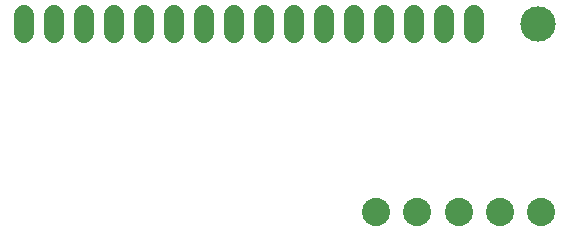
<source format=gbr>
G04 EAGLE Gerber RS-274X export*
G75*
%MOMM*%
%FSLAX34Y34*%
%LPD*%
%INSoldermask Bottom*%
%IPPOS*%
%AMOC8*
5,1,8,0,0,1.08239X$1,22.5*%
G01*
%ADD10C,3.003200*%
%ADD11C,2.387600*%
%ADD12C,1.727200*%


D10*
X476250Y197358D03*
D11*
X408940Y38100D03*
X373940Y38100D03*
X443940Y38100D03*
X478940Y38100D03*
X338940Y38100D03*
D12*
X421640Y189738D02*
X421640Y204978D01*
X396240Y204978D02*
X396240Y189738D01*
X370840Y189738D02*
X370840Y204978D01*
X345440Y204978D02*
X345440Y189738D01*
X320040Y189738D02*
X320040Y204978D01*
X294640Y204978D02*
X294640Y189738D01*
X269240Y189738D02*
X269240Y204978D01*
X243840Y204978D02*
X243840Y189738D01*
X218440Y189738D02*
X218440Y204978D01*
X193040Y204978D02*
X193040Y189738D01*
X167640Y189738D02*
X167640Y204978D01*
X142240Y204978D02*
X142240Y189738D01*
X116840Y189738D02*
X116840Y204978D01*
X91440Y204978D02*
X91440Y189738D01*
X66040Y189738D02*
X66040Y204978D01*
X40640Y204978D02*
X40640Y189738D01*
M02*

</source>
